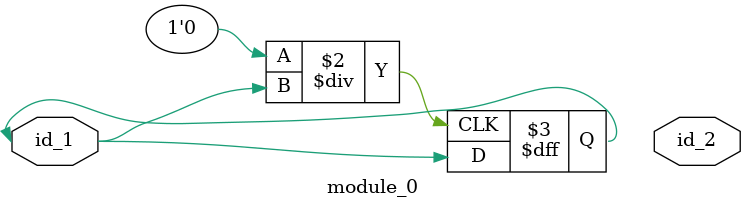
<source format=v>
module module_0 (
    id_1,
    id_2
);
  output id_2;
  inout id_1;
  always @(posedge 1'b0 / id_1) id_1 = id_1;
endmodule

</source>
